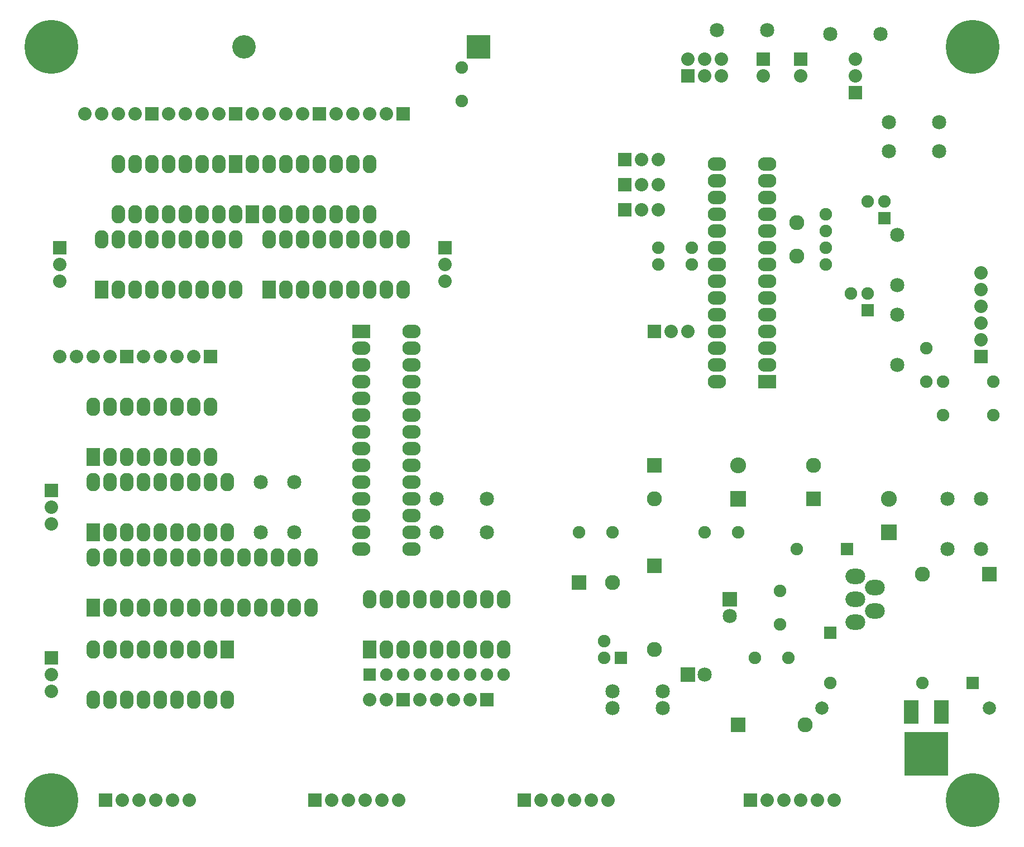
<source format=gbs>
G04 (created by PCBNEW-RS274X (2011-05-25)-stable) date Sun 10 Jun 2012 11:37:39 PM MDT*
G01*
G70*
G90*
%MOIN*%
G04 Gerber Fmt 3.4, Leading zero omitted, Abs format*
%FSLAX34Y34*%
G04 APERTURE LIST*
%ADD10C,0.006000*%
%ADD11C,0.079100*%
%ADD12R,0.080000X0.080000*%
%ADD13C,0.080000*%
%ADD14R,0.095000X0.095000*%
%ADD15C,0.095000*%
%ADD16O,0.110000X0.082000*%
%ADD17R,0.110000X0.082000*%
%ADD18O,0.082000X0.110000*%
%ADD19R,0.082000X0.110000*%
%ADD20C,0.090000*%
%ADD21R,0.090000X0.090000*%
%ADD22R,0.075000X0.075000*%
%ADD23C,0.075000*%
%ADD24R,0.085000X0.085000*%
%ADD25C,0.085000*%
%ADD26R,0.140000X0.140000*%
%ADD27C,0.140000*%
%ADD28O,0.118400X0.090900*%
%ADD29C,0.320000*%
%ADD30R,0.085000X0.140000*%
%ADD31R,0.260000X0.260000*%
G04 APERTURE END LIST*
G54D10*
G54D11*
X86750Y-54250D03*
X76750Y-54250D03*
G54D12*
X65000Y-23000D03*
G54D13*
X66000Y-23000D03*
X67000Y-23000D03*
G54D12*
X65000Y-24500D03*
G54D13*
X66000Y-24500D03*
X67000Y-24500D03*
G54D12*
X65000Y-21500D03*
G54D13*
X66000Y-21500D03*
X67000Y-21500D03*
G54D12*
X34000Y-59750D03*
G54D13*
X35000Y-59750D03*
X36000Y-59750D03*
X37000Y-59750D03*
X38000Y-59750D03*
X39000Y-59750D03*
G54D12*
X46500Y-59750D03*
G54D13*
X47500Y-59750D03*
X48500Y-59750D03*
X49500Y-59750D03*
X50500Y-59750D03*
X51500Y-59750D03*
G54D14*
X71750Y-41750D03*
G54D15*
X71750Y-39750D03*
G54D14*
X80750Y-43750D03*
G54D15*
X80750Y-41750D03*
G54D16*
X49250Y-32750D03*
X49250Y-33750D03*
X49250Y-34750D03*
X49250Y-35750D03*
X49250Y-36750D03*
X49250Y-37750D03*
X49250Y-38750D03*
X49250Y-39750D03*
X49250Y-40750D03*
X49250Y-41750D03*
X49250Y-42750D03*
X49250Y-43750D03*
X49250Y-44750D03*
G54D17*
X49250Y-31750D03*
G54D16*
X52250Y-44750D03*
X52250Y-43750D03*
X52250Y-42750D03*
X52250Y-41750D03*
X52250Y-40750D03*
X52250Y-39750D03*
X52250Y-38750D03*
X52250Y-37750D03*
X52250Y-36750D03*
X52250Y-35750D03*
X52250Y-34750D03*
X52250Y-33750D03*
X52250Y-32750D03*
X52250Y-31750D03*
G54D18*
X34250Y-48250D03*
X35250Y-48250D03*
X36250Y-48250D03*
X37250Y-48250D03*
X38250Y-48250D03*
X39250Y-48250D03*
X40250Y-48250D03*
X41250Y-48250D03*
X42250Y-48250D03*
X43250Y-48250D03*
X44250Y-48250D03*
X45250Y-48250D03*
X46250Y-48250D03*
G54D19*
X33250Y-48250D03*
G54D18*
X46250Y-45250D03*
X45250Y-45250D03*
X44250Y-45250D03*
X43250Y-45250D03*
X42250Y-45250D03*
X41250Y-45250D03*
X40250Y-45250D03*
X39250Y-45250D03*
X38250Y-45250D03*
X37250Y-45250D03*
X36250Y-45250D03*
X35250Y-45250D03*
X34250Y-45250D03*
X33250Y-45250D03*
G54D19*
X49750Y-50750D03*
G54D18*
X50750Y-50750D03*
X51750Y-50750D03*
X52750Y-50750D03*
X53750Y-50750D03*
X54750Y-50750D03*
X55750Y-50750D03*
X56750Y-50750D03*
X57750Y-50750D03*
X57750Y-47750D03*
X56750Y-47750D03*
X55750Y-47750D03*
X54750Y-47750D03*
X53750Y-47750D03*
X52750Y-47750D03*
X51750Y-47750D03*
X50750Y-47750D03*
X49750Y-47750D03*
G54D20*
X82750Y-46250D03*
G54D21*
X86750Y-46250D03*
G54D22*
X85750Y-52750D03*
G54D23*
X82750Y-52750D03*
X69000Y-26750D03*
X67000Y-26750D03*
X74750Y-51250D03*
X72750Y-51250D03*
X55250Y-18000D03*
X55250Y-16000D03*
X77000Y-26750D03*
X77000Y-27750D03*
X69750Y-43750D03*
X71750Y-43750D03*
X77000Y-25750D03*
X77000Y-24750D03*
G54D12*
X59000Y-59750D03*
G54D13*
X60000Y-59750D03*
X61000Y-59750D03*
X62000Y-59750D03*
X63000Y-59750D03*
X64000Y-59750D03*
G54D21*
X66750Y-39750D03*
G54D20*
X66750Y-41750D03*
G54D23*
X83000Y-34750D03*
X83000Y-32750D03*
G54D20*
X66750Y-50750D03*
G54D21*
X66750Y-45750D03*
G54D20*
X75750Y-55250D03*
G54D21*
X71750Y-55250D03*
G54D22*
X77250Y-49750D03*
G54D23*
X77250Y-52750D03*
G54D22*
X78250Y-44750D03*
G54D23*
X75250Y-44750D03*
G54D12*
X72500Y-59750D03*
G54D13*
X73500Y-59750D03*
X74500Y-59750D03*
X75500Y-59750D03*
X76500Y-59750D03*
X77500Y-59750D03*
G54D16*
X73500Y-33750D03*
X73500Y-32750D03*
X73500Y-31750D03*
X73500Y-30750D03*
X73500Y-29750D03*
X73500Y-28750D03*
X73500Y-27750D03*
X73500Y-26750D03*
X73500Y-25750D03*
X73500Y-24750D03*
X73500Y-23750D03*
X73500Y-22750D03*
X73500Y-21750D03*
G54D17*
X73500Y-34750D03*
G54D16*
X70500Y-21750D03*
X70500Y-22750D03*
X70500Y-23750D03*
X70500Y-24750D03*
X70500Y-25750D03*
X70500Y-26750D03*
X70500Y-27750D03*
X70500Y-28750D03*
X70500Y-29750D03*
X70500Y-30750D03*
X70500Y-31750D03*
X70500Y-32750D03*
X70500Y-33750D03*
X70500Y-34750D03*
G54D12*
X68750Y-16500D03*
G54D13*
X68750Y-15500D03*
X69750Y-16500D03*
X69750Y-15500D03*
X70750Y-16500D03*
X70750Y-15500D03*
G54D23*
X87000Y-34750D03*
X87000Y-36750D03*
X84000Y-34750D03*
X84000Y-36750D03*
G54D24*
X68750Y-52250D03*
G54D25*
X69750Y-52250D03*
G54D21*
X62250Y-46750D03*
G54D20*
X64250Y-46750D03*
G54D23*
X64250Y-43750D03*
X62250Y-43750D03*
G54D21*
X76250Y-41750D03*
G54D20*
X76250Y-39750D03*
G54D24*
X71250Y-47750D03*
G54D25*
X71250Y-48750D03*
G54D23*
X74250Y-49250D03*
X74250Y-47250D03*
X67000Y-27750D03*
X69000Y-27750D03*
G54D25*
X67250Y-54250D03*
X64250Y-54250D03*
X64250Y-53250D03*
X67250Y-53250D03*
X86250Y-41750D03*
X86250Y-44750D03*
X84250Y-44750D03*
X84250Y-41750D03*
X45250Y-43750D03*
X45250Y-40750D03*
X70500Y-13750D03*
X73500Y-13750D03*
G54D22*
X64750Y-51250D03*
G54D23*
X63750Y-51250D03*
X63750Y-50250D03*
G54D20*
X75250Y-25250D03*
X75250Y-27250D03*
G54D19*
X43750Y-29250D03*
G54D18*
X44750Y-29250D03*
X45750Y-29250D03*
X46750Y-29250D03*
X47750Y-29250D03*
X48750Y-29250D03*
X49750Y-29250D03*
X50750Y-29250D03*
X51750Y-29250D03*
X51750Y-26250D03*
X50750Y-26250D03*
X49750Y-26250D03*
X48750Y-26250D03*
X47750Y-26250D03*
X46750Y-26250D03*
X45750Y-26250D03*
X44750Y-26250D03*
X43750Y-26250D03*
G54D19*
X33750Y-29250D03*
G54D18*
X34750Y-29250D03*
X35750Y-29250D03*
X36750Y-29250D03*
X37750Y-29250D03*
X38750Y-29250D03*
X39750Y-29250D03*
X40750Y-29250D03*
X41750Y-29250D03*
X41750Y-26250D03*
X40750Y-26250D03*
X39750Y-26250D03*
X38750Y-26250D03*
X37750Y-26250D03*
X36750Y-26250D03*
X35750Y-26250D03*
X34750Y-26250D03*
X33750Y-26250D03*
G54D19*
X33250Y-43750D03*
G54D18*
X34250Y-43750D03*
X35250Y-43750D03*
X36250Y-43750D03*
X37250Y-43750D03*
X38250Y-43750D03*
X39250Y-43750D03*
X40250Y-43750D03*
X41250Y-43750D03*
X41250Y-40750D03*
X40250Y-40750D03*
X39250Y-40750D03*
X38250Y-40750D03*
X37250Y-40750D03*
X36250Y-40750D03*
X35250Y-40750D03*
X34250Y-40750D03*
X33250Y-40750D03*
G54D19*
X41250Y-50750D03*
G54D18*
X40250Y-50750D03*
X39250Y-50750D03*
X38250Y-50750D03*
X37250Y-50750D03*
X36250Y-50750D03*
X35250Y-50750D03*
X34250Y-50750D03*
X33250Y-50750D03*
X33250Y-53750D03*
X34250Y-53750D03*
X35250Y-53750D03*
X36250Y-53750D03*
X37250Y-53750D03*
X38250Y-53750D03*
X39250Y-53750D03*
X40250Y-53750D03*
X41250Y-53750D03*
G54D25*
X83750Y-21000D03*
X80750Y-21000D03*
X83750Y-19250D03*
X80750Y-19250D03*
G54D26*
X56250Y-14750D03*
G54D27*
X42250Y-14750D03*
G54D25*
X53750Y-43750D03*
X56750Y-43750D03*
G54D19*
X41750Y-21750D03*
G54D18*
X40750Y-21750D03*
X39750Y-21750D03*
X38750Y-21750D03*
X37750Y-21750D03*
X36750Y-21750D03*
X35750Y-21750D03*
X34750Y-21750D03*
X34750Y-24750D03*
X35750Y-24750D03*
X36750Y-24750D03*
X37750Y-24750D03*
X38750Y-24750D03*
X39750Y-24750D03*
X40750Y-24750D03*
X41750Y-24750D03*
G54D19*
X42750Y-24750D03*
G54D18*
X43750Y-24750D03*
X44750Y-24750D03*
X45750Y-24750D03*
X46750Y-24750D03*
X47750Y-24750D03*
X48750Y-24750D03*
X49750Y-24750D03*
X49750Y-21750D03*
X48750Y-21750D03*
X47750Y-21750D03*
X46750Y-21750D03*
X45750Y-21750D03*
X44750Y-21750D03*
X43750Y-21750D03*
X42750Y-21750D03*
G54D12*
X86250Y-33250D03*
G54D13*
X86250Y-32250D03*
X86250Y-31250D03*
X86250Y-30250D03*
X86250Y-29250D03*
X86250Y-28250D03*
G54D28*
X78754Y-47750D03*
X78754Y-46372D03*
X78754Y-49128D03*
X79935Y-48459D03*
X79935Y-47041D03*
G54D29*
X30750Y-14750D03*
X85750Y-14750D03*
X30750Y-59750D03*
X85750Y-59750D03*
G54D22*
X49750Y-52250D03*
G54D23*
X50750Y-52250D03*
X51750Y-52250D03*
X52750Y-52250D03*
X53750Y-52250D03*
X54750Y-52250D03*
X55750Y-52250D03*
X56750Y-52250D03*
X57750Y-52250D03*
G54D25*
X81250Y-29000D03*
X81250Y-26000D03*
X81250Y-30750D03*
X81250Y-33750D03*
X53750Y-41750D03*
X56750Y-41750D03*
X43250Y-43750D03*
X43250Y-40750D03*
G54D12*
X51750Y-53750D03*
G54D13*
X50750Y-53750D03*
X49750Y-53750D03*
G54D12*
X54250Y-26750D03*
G54D13*
X54250Y-27750D03*
X54250Y-28750D03*
G54D12*
X31250Y-26750D03*
G54D13*
X31250Y-27750D03*
X31250Y-28750D03*
G54D12*
X30750Y-41250D03*
G54D13*
X30750Y-42250D03*
X30750Y-43250D03*
G54D12*
X30750Y-51250D03*
G54D13*
X30750Y-52250D03*
X30750Y-53250D03*
G54D19*
X33250Y-39250D03*
G54D18*
X34250Y-39250D03*
X35250Y-39250D03*
X36250Y-39250D03*
X37250Y-39250D03*
X38250Y-39250D03*
X39250Y-39250D03*
X40250Y-39250D03*
X40250Y-36250D03*
X39250Y-36250D03*
X38250Y-36250D03*
X37250Y-36250D03*
X36250Y-36250D03*
X35250Y-36250D03*
X34250Y-36250D03*
X33250Y-36250D03*
G54D12*
X41750Y-18750D03*
G54D13*
X40750Y-18750D03*
X39750Y-18750D03*
X38750Y-18750D03*
X37750Y-18750D03*
G54D12*
X51750Y-18750D03*
G54D13*
X50750Y-18750D03*
X49750Y-18750D03*
X48750Y-18750D03*
X47750Y-18750D03*
G54D12*
X56750Y-53750D03*
G54D13*
X55750Y-53750D03*
X54750Y-53750D03*
X53750Y-53750D03*
X52750Y-53750D03*
G54D12*
X40250Y-33250D03*
G54D13*
X39250Y-33250D03*
X38250Y-33250D03*
X37250Y-33250D03*
X36250Y-33250D03*
G54D22*
X79500Y-30500D03*
G54D23*
X79500Y-29500D03*
X78500Y-29500D03*
G54D22*
X80500Y-25000D03*
G54D23*
X80500Y-24000D03*
X79500Y-24000D03*
G54D12*
X75500Y-15500D03*
G54D13*
X75500Y-16500D03*
G54D12*
X73250Y-15500D03*
G54D13*
X73250Y-16500D03*
G54D12*
X36750Y-18750D03*
G54D13*
X35750Y-18750D03*
X34750Y-18750D03*
X33750Y-18750D03*
X32750Y-18750D03*
G54D12*
X46750Y-18750D03*
G54D13*
X45750Y-18750D03*
X44750Y-18750D03*
X43750Y-18750D03*
X42750Y-18750D03*
G54D12*
X35250Y-33250D03*
G54D13*
X34250Y-33250D03*
X33250Y-33250D03*
X32250Y-33250D03*
X31250Y-33250D03*
G54D25*
X77250Y-14000D03*
X80250Y-14000D03*
G54D12*
X66750Y-31750D03*
G54D13*
X67750Y-31750D03*
X68750Y-31750D03*
G54D12*
X78750Y-17500D03*
G54D13*
X78750Y-16500D03*
X78750Y-15500D03*
G54D30*
X82100Y-54500D03*
G54D31*
X83000Y-57000D03*
G54D30*
X83900Y-54500D03*
M02*

</source>
